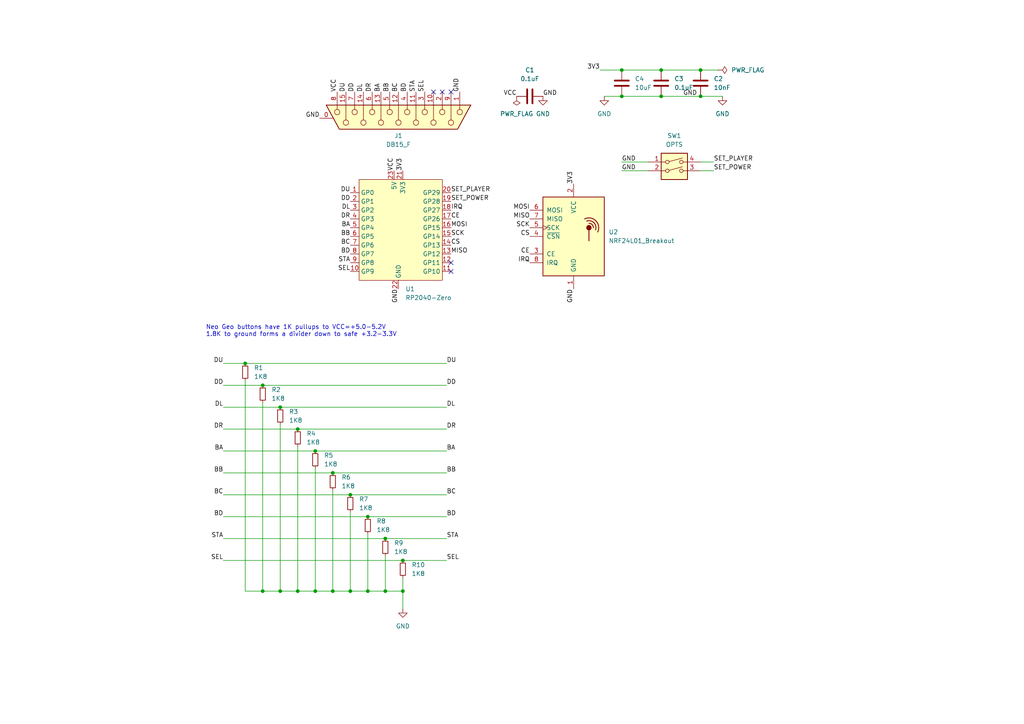
<source format=kicad_sch>
(kicad_sch (version 20250114) (generator "eeschema") (generator_version "9.0")
  (paper "A4")
  (title_block (title "NG2040 Receiver") (rev "5") (company "@partlyhuman"))
  (lib_symbols
    (symbol "Connector:DA15_Receptacle_MountingHoles" (pin_names (offset 1.016) (hide yes))
      (property "Reference" "J" (at 0 24.13 0))
      (property "Value" "DA15_Receptacle_MountingHoles" (at 0 22.225 0))
      (symbol "DA15_Receptacle_MountingHoles_0_1"
        (polyline (pts (xy -3.81 20.955) (xy 3.175 17.145) (xy 3.175 -17.145) (xy -3.81 -20.955) (xy -3.81 20.955)) (stroke (width 0.254)) (fill (type background)))
        (polyline (pts (xy -3.81 17.78) (xy -2.54 17.78)))
        (polyline (pts (xy -3.81 15.24) (xy 0.508 15.24)))
        (polyline (pts (xy -3.81 12.7) (xy -2.54 12.7)))
        (polyline (pts (xy -3.81 10.16) (xy 0.508 10.16)))
        (polyline (pts (xy -3.81 7.62) (xy -2.54 7.62)))
        (polyline (pts (xy -3.81 5.08) (xy 0.508 5.08)))
        (polyline (pts (xy -3.81 2.54) (xy -2.54 2.54)))
        (polyline (pts (xy -3.81 0) (xy 0.508 0)))
        (polyline (pts (xy -3.81 -2.54) (xy -2.54 -2.54)))
        (polyline (pts (xy -3.81 -5.08) (xy 0.508 -5.08)))
        (polyline (pts (xy -3.81 -7.62) (xy -2.54 -7.62)))
        (polyline (pts (xy -3.81 -10.16) (xy 0.508 -10.16)))
        (polyline (pts (xy -3.81 -12.7) (xy -2.54 -12.7)))
        (polyline (pts (xy -3.81 -15.24) (xy 0.508 -15.24)))
        (polyline (pts (xy -3.81 -17.78) (xy -2.54 -17.78)))
        (circle (center -1.778 17.78) (radius 0.762))
        (circle (center -1.778 12.7) (radius 0.762))
        (circle (center -1.778 7.62) (radius 0.762))
        (circle (center -1.778 2.54) (radius 0.762))
        (circle (center -1.778 -2.54) (radius 0.762))
        (circle (center -1.778 -7.62) (radius 0.762))
        (circle (center -1.778 -12.7) (radius 0.762))
        (circle (center -1.778 -17.78) (radius 0.762))
        (circle (center 1.27 15.24) (radius 0.762))
        (circle (center 1.27 10.16) (radius 0.762))
        (circle (center 1.27 5.08) (radius 0.762))
        (circle (center 1.27 0) (radius 0.762))
        (circle (center 1.27 -5.08) (radius 0.762))
        (circle (center 1.27 -10.16) (radius 0.762))
        (circle (center 1.27 -15.24) (radius 0.762))
      )
      (symbol "DA15_Receptacle_MountingHoles_1_1"
        (pin passive line (at -7.62 17.78 0) (length 3.81) (name "1") (number "1"))
        (pin passive line (at -7.62 15.24 0) (length 3.81) (name "P9") (number "9"))
        (pin passive line (at -7.62 12.7 0) (length 3.81) (name "2") (number "2"))
        (pin passive line (at -7.62 10.16 0) (length 3.81) (name "P10") (number "10"))
        (pin passive line (at -7.62 7.62 0) (length 3.81) (name "3") (number "3"))
        (pin passive line (at -7.62 5.08 0) (length 3.81) (name "P111") (number "11"))
        (pin passive line (at -7.62 2.54 0) (length 3.81) (name "4") (number "4"))
        (pin passive line (at -7.62 0 0) (length 3.81) (name "P12") (number "12"))
        (pin passive line (at -7.62 -2.54 0) (length 3.81) (name "5") (number "5"))
        (pin passive line (at -7.62 -5.08 0) (length 3.81) (name "P13") (number "13"))
        (pin passive line (at -7.62 -7.62 0) (length 3.81) (name "6") (number "6"))
        (pin passive line (at -7.62 -10.16 0) (length 3.81) (name "P14") (number "14"))
        (pin passive line (at -7.62 -12.7 0) (length 3.81) (name "7") (number "7"))
        (pin passive line (at -7.62 -15.24 0) (length 3.81) (name "P15") (number "15"))
        (pin passive line (at -7.62 -17.78 0) (length 3.81) (name "8") (number "8"))
        (pin passive line (at 0 -22.86 90) (length 3.81) (name "PAD") (number "0"))
      )
    )
    (symbol "Device:C" (pin_numbers (hide yes)) (pin_names (offset 0.254))
      (property "Reference" "C" (at 0.635 2.54 0))
      (property "Value" "C" (at 0.635 -2.54 0))
      (symbol "C_0_1"
        (polyline (pts (xy -2.032 0.762) (xy 2.032 0.762)) (stroke (width 0.508)))
        (polyline (pts (xy -2.032 -0.762) (xy 2.032 -0.762)) (stroke (width 0.508)))
      )
      (symbol "C_1_1"
        (pin passive line (at 0 3.81 270) (length 2.794) (name "~") (number "1"))
        (pin passive line (at 0 -3.81 90) (length 2.794) (name "~") (number "2"))
      )
    )
    (symbol "Device:R_Small" (pin_numbers (hide yes)) (pin_names (offset 0.254) (hide yes))
      (property "Reference" "R" (at 0.762 0.508 0))
      (property "Value" "R_Small" (at 0.762 -1.016 0))
      (symbol "R_Small_0_1"
        (rectangle (start -0.762 1.778) (end 0.762 -1.778) (stroke (width 0.2032)))
      )
      (symbol "R_Small_1_1"
        (pin passive line (at 0 2.54 270) (length 0.762) (name "~") (number "1"))
        (pin passive line (at 0 -2.54 90) (length 0.762) (name "~") (number "2"))
      )
    )
    (symbol "RF:NRF24L01_Breakout" (pin_names (offset 1.016))
      (property "Reference" "U" (at -8.89 12.7 0))
      (property "Value" "NRF24L01_Breakout" (at 3.81 12.7 0))
      (symbol "NRF24L01_Breakout_0_1"
        (rectangle (start -8.89 11.43) (end 8.89 -11.43) (stroke (width 0.254)) (fill (type background)))
        (arc (start 3.175 5.08) (mid 6.453 4.548) (end 6.985 1.27) (stroke (width 0.254)))
        (circle (center 4.445 2.54) (radius 0.635) (stroke (width 0.254)) (fill (type outline)))
        (polyline (pts (xy 4.445 1.905) (xy 4.445 -1.27)) (stroke (width 0.254)))
        (arc (start 3.81 4.445) (mid 5.8835 3.9785) (end 6.35 1.905) (stroke (width 0.254)))
        (arc (start 4.445 3.81) (mid 5.3558 3.4508) (end 5.715 2.54) (stroke (width 0.254)))
      )
      (symbol "NRF24L01_Breakout_1_1"
        (pin input line (at -12.7 7.62 0) (length 3.81) (name "MOSI") (number "6"))
        (pin output line (at -12.7 5.08 0) (length 3.81) (name "MISO") (number "7"))
        (pin input clock (at -12.7 2.54 0) (length 3.81) (name "SCK") (number "5"))
        (pin input line (at -12.7 0 0) (length 3.81) (name "~{CSN}") (number "4"))
        (pin input line (at -12.7 -5.08 0) (length 3.81) (name "CE") (number "3"))
        (pin output line (at -12.7 -7.62 0) (length 3.81) (name "IRQ") (number "8"))
        (pin power_in line (at 0 15.24 270) (length 3.81) (name "VCC") (number "2"))
        (pin power_in line (at 0 -15.24 90) (length 3.81) (name "GND") (number "1"))
      )
    )
    (symbol "RP2040Zero:RP2040-Zero"
      (property "Reference" "RZ" (at 0 0 0))
      (property "Value" "RP2040-Zero" (at 0 -2.54 0))
      (symbol "RP2040-Zero_0_1"
        (rectangle (start -11.43 -15.24) (end 12.7 13.97) (fill (type background)))
      )
      (symbol "RP2040-Zero_1_1"
        (pin bidirectional line (at -13.97 10.16 0) (length 2.54) (name "GP0") (number "1"))
        (pin bidirectional line (at -13.97 7.62 0) (length 2.54) (name "GP1") (number "2"))
        (pin bidirectional line (at -13.97 5.08 0) (length 2.54) (name "GP2") (number "3"))
        (pin bidirectional line (at -13.97 2.54 0) (length 2.54) (name "GP3") (number "4"))
        (pin bidirectional line (at -13.97 0 0) (length 2.54) (name "GP4") (number "5"))
        (pin bidirectional line (at -13.97 -2.54 0) (length 2.54) (name "GP5") (number "6"))
        (pin bidirectional line (at -13.97 -5.08 0) (length 2.54) (name "GP6") (number "7"))
        (pin bidirectional line (at -13.97 -7.62 0) (length 2.54) (name "GP7") (number "8"))
        (pin bidirectional line (at -13.97 -10.16 0) (length 2.54) (name "GP8") (number "9"))
        (pin bidirectional line (at -13.97 -12.7 0) (length 2.54) (name "GP9") (number "10"))
        (pin power_in line (at -1.27 16.51 270) (length 2.54) (name "5V") (number "23"))
        (pin power_in line (at 0 -17.78 90) (length 2.54) (name "GND") (number "22"))
        (pin power_in line (at 1.27 16.51 270) (length 2.54) (name "3V3") (number "21"))
        (pin bidirectional line (at 15.24 10.16 180) (length 2.54) (name "GP29") (number "20"))
        (pin bidirectional line (at 15.24 7.62 180) (length 2.54) (name "GP28") (number "19"))
        (pin bidirectional line (at 15.24 5.08 180) (length 2.54) (name "GP27") (number "18"))
        (pin bidirectional line (at 15.24 2.54 180) (length 2.54) (name "GP26") (number "17"))
        (pin bidirectional line (at 15.24 0 180) (length 2.54) (name "GP15") (number "16"))
        (pin bidirectional line (at 15.24 -2.54 180) (length 2.54) (name "GP14") (number "15"))
        (pin bidirectional line (at 15.24 -5.08 180) (length 2.54) (name "GP13") (number "14"))
        (pin bidirectional line (at 15.24 -7.62 180) (length 2.54) (name "GP12") (number "13"))
        (pin bidirectional line (at 15.24 -10.16 180) (length 2.54) (name "GP11") (number "12"))
        (pin bidirectional line (at 15.24 -12.7 180) (length 2.54) (name "GP10") (number "11"))
      )
    )
    (symbol "Switch:SW_DIP_x02" (pin_names (offset 0) (hide yes))
      (property "Reference" "SW" (at 0 6.35 0))
      (property "Value" "SW_DIP_x02" (at 0 -3.81 0))
      (symbol "SW_DIP_x02_0_0"
        (circle (center -2.032 2.54) (radius 0.508))
        (circle (center -2.032 0) (radius 0.508))
        (polyline (pts (xy -1.524 2.667) (xy 2.3622 3.7084)))
        (polyline (pts (xy -1.524 0.127) (xy 2.3622 1.1684)))
        (circle (center 2.032 2.54) (radius 0.508))
        (circle (center 2.032 0) (radius 0.508))
      )
      (symbol "SW_DIP_x02_0_1"
        (rectangle (start -3.81 5.08) (end 3.81 -2.54) (stroke (width 0.254)) (fill (type background)))
      )
      (symbol "SW_DIP_x02_1_1"
        (pin passive line (at -7.62 2.54 0) (length 5.08) (name "~") (number "1"))
        (pin passive line (at -7.62 0 0) (length 5.08) (name "~") (number "2"))
        (pin passive line (at 7.62 2.54 180) (length 5.08) (name "~") (number "4"))
        (pin passive line (at 7.62 0 180) (length 5.08) (name "~") (number "3"))
      )
    )
    (symbol "power:GND" (power) (pin_names (offset 0))
      (property "Value" "GND" (at 0 -3.81 0))
      (symbol "GND_0_1"
        (polyline (pts (xy 0 0) (xy 0 -1.27) (xy 1.27 -1.27) (xy 0 -2.54) (xy -1.27 -1.27) (xy 0 -1.27)))
      )
      (symbol "GND_1_1"
        (pin power_in line (at 0 0 270) (length 0) (hide yes) (name "GND") (number "1"))
      )
    )
    (symbol "power:PWR_FLAG" (power) (pin_numbers (hide yes)) (pin_names (offset 0) (hide yes))
      (property "Value" "PWR_FLAG" (at 0 3.81 0))
      (symbol "PWR_FLAG_0_0"
        (pin power_out line (at 0 0 90) (length 0) (name "pwr") (number "1"))
      )
      (symbol "PWR_FLAG_0_1"
        (polyline (pts (xy 0 0) (xy 0 1.27) (xy -1.016 1.905) (xy 0 2.54) (xy 1.016 1.905) (xy 0 1.27)))
      )
    )
  )
  (text "Neo Geo buttons have 1K pullups to VCC=+5.0-5.2V\n1.8K to ground forms a divider down to safe +3.2-3.3V" (at 59.69 97.79 0) (effects (font (size 1.27 1.27)) (justify left bottom)))
  (junction (at 191.77 20.32))
  (junction (at 86.36 124.46))
  (junction (at 96.52 171.45))
  (junction (at 180.34 20.32))
  (junction (at 81.28 118.11))
  (junction (at 106.68 171.45))
  (junction (at 180.34 27.94))
  (junction (at 106.68 149.86))
  (junction (at 191.77 27.94))
  (junction (at 116.84 162.56))
  (junction (at 101.6 143.51))
  (junction (at 76.2 171.45))
  (junction (at 91.44 171.45))
  (junction (at 203.2 27.94))
  (junction (at 76.2 111.76))
  (junction (at 111.76 171.45))
  (junction (at 116.84 171.45))
  (junction (at 86.36 171.45))
  (junction (at 96.52 137.16))
  (junction (at 81.28 171.45))
  (junction (at 101.6 171.45))
  (junction (at 71.12 105.41))
  (junction (at 203.2 20.32))
  (junction (at 111.76 156.21))
  (junction (at 91.44 130.81))
  (no_connect (at 130.81 76.2))
  (no_connect (at 130.81 78.74))
  (no_connect (at 128.27 26.67))
  (no_connect (at 125.73 26.67))
  (no_connect (at 130.81 26.67))
  (wire (pts (xy 81.28 123.19) (xy 81.28 171.45)))
  (wire (pts (xy 64.77 143.51) (xy 101.6 143.51)))
  (wire (pts (xy 64.77 111.76) (xy 76.2 111.76)))
  (wire (pts (xy 173.99 20.32) (xy 180.34 20.32)))
  (wire (pts (xy 91.44 130.81) (xy 129.54 130.81)))
  (wire (pts (xy 203.2 27.94) (xy 209.55 27.94)))
  (wire (pts (xy 76.2 171.45) (xy 81.28 171.45)))
  (wire (pts (xy 101.6 171.45) (xy 106.68 171.45)))
  (wire (pts (xy 64.77 156.21) (xy 111.76 156.21)))
  (wire (pts (xy 187.96 46.99) (xy 180.34 46.99)))
  (wire (pts (xy 64.77 130.81) (xy 91.44 130.81)))
  (wire (pts (xy 101.6 148.59) (xy 101.6 171.45)))
  (wire (pts (xy 111.76 156.21) (xy 129.54 156.21)))
  (wire (pts (xy 207.01 49.53) (xy 203.2 49.53)))
  (wire (pts (xy 116.84 171.45) (xy 116.84 176.53)))
  (wire (pts (xy 101.6 143.51) (xy 129.54 143.51)))
  (wire (pts (xy 76.2 111.76) (xy 129.54 111.76)))
  (wire (pts (xy 81.28 118.11) (xy 129.54 118.11)))
  (wire (pts (xy 96.52 142.24) (xy 96.52 171.45)))
  (wire (pts (xy 86.36 129.54) (xy 86.36 171.45)))
  (wire (pts (xy 86.36 171.45) (xy 91.44 171.45)))
  (wire (pts (xy 86.36 124.46) (xy 129.54 124.46)))
  (wire (pts (xy 96.52 137.16) (xy 129.54 137.16)))
  (wire (pts (xy 64.77 105.41) (xy 71.12 105.41)))
  (wire (pts (xy 175.26 27.94) (xy 180.34 27.94)))
  (wire (pts (xy 71.12 105.41) (xy 129.54 105.41)))
  (wire (pts (xy 91.44 135.89) (xy 91.44 171.45)))
  (wire (pts (xy 64.77 118.11) (xy 81.28 118.11)))
  (wire (pts (xy 116.84 162.56) (xy 129.54 162.56)))
  (wire (pts (xy 203.2 20.32) (xy 208.28 20.32)))
  (wire (pts (xy 91.44 171.45) (xy 96.52 171.45)))
  (wire (pts (xy 64.77 124.46) (xy 86.36 124.46)))
  (wire (pts (xy 180.34 20.32) (xy 191.77 20.32)))
  (wire (pts (xy 64.77 149.86) (xy 106.68 149.86)))
  (wire (pts (xy 96.52 171.45) (xy 101.6 171.45)))
  (wire (pts (xy 76.2 116.84) (xy 76.2 171.45)))
  (wire (pts (xy 71.12 171.45) (xy 76.2 171.45)))
  (wire (pts (xy 191.77 20.32) (xy 203.2 20.32)))
  (wire (pts (xy 116.84 167.64) (xy 116.84 171.45)))
  (wire (pts (xy 111.76 161.29) (xy 111.76 171.45)))
  (wire (pts (xy 207.01 46.99) (xy 203.2 46.99)))
  (wire (pts (xy 64.77 162.56) (xy 116.84 162.56)))
  (wire (pts (xy 187.96 49.53) (xy 180.34 49.53)))
  (wire (pts (xy 106.68 149.86) (xy 129.54 149.86)))
  (wire (pts (xy 106.68 171.45) (xy 111.76 171.45)))
  (wire (pts (xy 64.77 137.16) (xy 96.52 137.16)))
  (wire (pts (xy 111.76 171.45) (xy 116.84 171.45)))
  (wire (pts (xy 106.68 154.94) (xy 106.68 171.45)))
  (wire (pts (xy 191.77 27.94) (xy 203.2 27.94)))
  (wire (pts (xy 180.34 27.94) (xy 191.77 27.94)))
  (wire (pts (xy 81.28 171.45) (xy 86.36 171.45)))
  (wire (pts (xy 71.12 110.49) (xy 71.12 171.45)))
  (label "BB" (at 113.03 26.67 90))
  (label "BD" (at 129.54 149.86 0))
  (label "DR" (at 129.54 124.46 0))
  (label "CS" (at 130.81 71.12 0))
  (label "GND" (at 180.34 46.99 0))
  (label "GND" (at 115.57 83.82 270))
  (label "DL" (at 105.41 26.67 90))
  (label "BC" (at 129.54 143.51 0))
  (label "3V3" (at 116.84 49.53 90))
  (label "DD" (at 64.77 111.76 180))
  (label "GND" (at 180.34 49.53 0))
  (label "BB" (at 101.6 68.58 180))
  (label "BD" (at 101.6 73.66 180))
  (label "VCC" (at 97.79 26.67 90))
  (label "BC" (at 64.77 143.51 180))
  (label "STA" (at 120.65 26.67 90))
  (label "SET_PLAYER" (at 207.01 46.99 0))
  (label "SCK" (at 130.81 68.58 0))
  (label "IRQ" (at 153.67 76.2 180))
  (label "3V3" (at 166.37 53.34 90))
  (label "DU" (at 100.33 26.67 90))
  (label "VCC" (at 114.3 49.53 90))
  (label "BB" (at 64.77 137.16 180))
  (label "DU" (at 101.6 55.88 180))
  (label "DR" (at 101.6 63.5 180))
  (label "CE" (at 153.67 73.66 180))
  (label "STA" (at 101.6 76.2 180))
  (label "DD" (at 129.54 111.76 0))
  (label "3V3" (at 173.99 20.32 180))
  (label "DL" (at 64.77 118.11 180))
  (label "BD" (at 118.11 26.67 90))
  (label "MISO" (at 130.81 73.66 0))
  (label "CE" (at 130.81 63.5 0))
  (label "CS" (at 153.67 68.58 180))
  (label "GND" (at 133.35 26.67 90))
  (label "DU" (at 64.77 105.41 180))
  (label "BC" (at 101.6 71.12 180))
  (label "DD" (at 102.87 26.67 90))
  (label "BA" (at 101.6 66.04 180))
  (label "SCK" (at 153.67 66.04 180))
  (label "DR" (at 107.95 26.67 90))
  (label "BB" (at 129.54 137.16 0))
  (label "BA" (at 64.77 130.81 180))
  (label "MOSI" (at 130.81 66.04 0))
  (label "BA" (at 110.49 26.67 90))
  (label "MISO" (at 153.67 63.5 180))
  (label "BC" (at 115.57 26.67 90))
  (label "SET_POWER" (at 207.01 49.53 0))
  (label "SEL" (at 64.77 162.56 180))
  (label "SET_POWER" (at 130.81 58.42 0))
  (label "VCC" (at 149.86 27.94 180))
  (label "BA" (at 129.54 130.81 0))
  (label "DU" (at 129.54 105.41 0))
  (label "GND" (at 198.12 27.94 0))
  (label "STA" (at 129.54 156.21 0))
  (label "GND" (at 157.48 27.94 0))
  (label "STA" (at 64.77 156.21 180))
  (label "SEL" (at 123.19 26.67 90))
  (label "GND" (at 92.71 34.29 180))
  (label "DD" (at 101.6 58.42 180))
  (label "MOSI" (at 153.67 60.96 180))
  (label "DL" (at 101.6 60.96 180))
  (label "SET_PLAYER" (at 130.81 55.88 0))
  (label "SEL" (at 101.6 78.74 180))
  (label "DR" (at 64.77 124.46 180))
  (label "DL" (at 129.54 118.11 0))
  (label "IRQ" (at 130.81 60.96 0))
  (label "GND" (at 166.37 83.82 270))
  (label "SEL" (at 129.54 162.56 0))
  (label "BD" (at 64.77 149.86 180))
  (symbol (lib_id "Device:R_Small") (at 86.36 127 0) (unit 1)
    (property "Reference" "R4" (at 88.9 125.73 0) (effects (justify left)))
    (property "Value" "1K8" (at 88.9 128.27 0) (effects (justify left)))
    (property "Footprint" "Resistor_SMD:R_0805_2012Metric_Pad1.20x1.40mm_HandSolder" (effects (hide yes)))
  )
  (symbol (lib_id "RF:NRF24L01_Breakout") (at 166.37 68.58 0) (unit 1)
    (property "Reference" "U2" (at 176.53 67.3099 0) (effects (justify left)))
    (property "Value" "NRF24L01_Breakout" (at 176.53 69.8499 0) (effects (justify left)))
    (property "Footprint" "NRF24L01:NRF24L01-SMD" (effects (hide yes)))
    (property "Datasheet" "http://www.nordicsemi.com/eng/content/download/2730/34105/file/nRF24L01_Product_Specification_v2_0.pdf" (effects (hide yes)))
  )
  (symbol (lib_id "Switch:SW_DIP_x02") (at 195.58 49.53 0) (unit 1)
    (property "Reference" "SW1" (at 195.58 39.37 0))
    (property "Value" "OPTS" (at 195.58 41.91 0))
    (property "Footprint" "Button_Switch_SMD:SW_DIP_SPSTx02_Slide_6.7x6.64mm_W8.61mm_P2.54mm_LowProfile" (effects (hide yes)))
    (property "Description" "2x DIP Switch, Single Pole Single Throw (SPST) switch, small symbol" (effects (hide yes)))
  )
  (symbol (lib_id "Device:R_Small") (at 81.28 120.65 0) (unit 1)
    (property "Reference" "R3" (at 83.82 119.38 0) (effects (justify left)))
    (property "Value" "1K8" (at 83.82 121.92 0) (effects (justify left)))
    (property "Footprint" "Resistor_SMD:R_0805_2012Metric_Pad1.20x1.40mm_HandSolder" (effects (hide yes)))
  )
  (symbol (lib_id "power:PWR_FLAG") (at 208.28 20.32 270) (unit 1)
    (property "Reference" "#FLG02" (effects (hide yes)))
    (property "Value" "PWR_FLAG" (at 212.09 20.3199 90) (effects (justify left)))
  )
  (symbol (lib_id "Device:R_Small") (at 96.52 139.7 0) (unit 1)
    (property "Reference" "R6" (at 99.06 138.43 0) (effects (justify left)))
    (property "Value" "1K8" (at 99.06 140.97 0) (effects (justify left)))
    (property "Footprint" "Resistor_SMD:R_0805_2012Metric_Pad1.20x1.40mm_HandSolder" (effects (hide yes)))
  )
  (symbol (lib_id "Device:R_Small") (at 116.84 165.1 0) (unit 1)
    (property "Reference" "R10" (at 119.38 163.83 0) (effects (justify left)))
    (property "Value" "1K8" (at 119.38 166.37 0) (effects (justify left)))
    (property "Footprint" "Resistor_SMD:R_0805_2012Metric_Pad1.20x1.40mm_HandSolder" (effects (hide yes)))
  )
  (symbol (lib_id "Device:C") (at 153.67 27.94 90) (unit 1)
    (property "Reference" "C1" (at 153.67 20.32 90))
    (property "Value" "0.1uF" (at 153.67 22.86 90))
    (property "Footprint" "Capacitor_SMD:C_0805_2012Metric_Pad1.18x1.45mm_HandSolder" (effects (hide yes)))
  )
  (symbol (lib_id "RP2040Zero:RP2040-Zero") (at 115.57 66.04 0) (unit 1)
    (property "Reference" "U1" (at 117.5894 83.82 0) (effects (justify left)))
    (property "Value" "RP2040-Zero" (at 117.5894 86.36 0) (effects (justify left)))
    (property "Footprint" "RP2040Zero:RP2040-Zero" (effects (hide yes)))
  )
  (symbol (lib_id "power:GND") (at 116.84 176.53 0) (unit 1)
    (property "Reference" "#PWR01" (effects (hide yes)))
    (property "Value" "GND" (at 116.84 181.61 0))
  )
  (symbol (lib_id "Device:R_Small") (at 91.44 133.35 0) (unit 1)
    (property "Reference" "R5" (at 93.98 132.08 0) (effects (justify left)))
    (property "Value" "1K8" (at 93.98 134.62 0) (effects (justify left)))
    (property "Footprint" "Resistor_SMD:R_0805_2012Metric_Pad1.20x1.40mm_HandSolder" (effects (hide yes)))
  )
  (symbol (lib_id "Device:R_Small") (at 106.68 152.4 0) (unit 1)
    (property "Reference" "R8" (at 109.22 151.13 0) (effects (justify left)))
    (property "Value" "1K8" (at 109.22 153.67 0) (effects (justify left)))
    (property "Footprint" "Resistor_SMD:R_0805_2012Metric_Pad1.20x1.40mm_HandSolder" (effects (hide yes)))
  )
  (symbol (lib_id "Device:R_Small") (at 71.12 107.95 0) (unit 1)
    (property "Reference" "R1" (at 73.66 106.68 0) (effects (justify left)))
    (property "Value" "1K8" (at 73.66 109.22 0) (effects (justify left)))
    (property "Footprint" "Resistor_SMD:R_0805_2012Metric_Pad1.20x1.40mm_HandSolder" (effects (hide yes)))
  )
  (symbol (lib_id "Device:C") (at 180.34 24.13 0) (unit 1)
    (property "Reference" "C4" (at 184.15 22.8599 0) (effects (justify left)))
    (property "Value" "10uF" (at 184.15 25.3999 0) (effects (justify left)))
    (property "Footprint" "Capacitor_SMD:C_0805_2012Metric_Pad1.18x1.45mm_HandSolder" (effects (hide yes)))
  )
  (symbol (lib_id "Device:C") (at 191.77 24.13 180) (unit 1)
    (property "Reference" "C3" (at 195.58 22.8599 0) (effects (justify right)))
    (property "Value" "0.1uF" (at 195.58 25.3999 0) (effects (justify right)))
    (property "Footprint" "Capacitor_SMD:C_0805_2012Metric_Pad1.18x1.45mm_HandSolder" (effects (hide yes)))
  )
  (symbol (lib_id "power:GND") (at 209.55 27.94 0) (unit 1)
    (property "Reference" "#PWR04" (effects (hide yes)))
    (property "Value" "GND" (at 209.55 33.02 0))
  )
  (symbol (lib_id "power:PWR_FLAG") (at 149.86 27.94 180) (unit 1)
    (property "Reference" "#FLG01" (effects (hide yes)))
    (property "Value" "PWR_FLAG" (at 149.86 33.02 0))
  )
  (symbol (lib_id "power:GND") (at 157.48 27.94 0) (unit 1)
    (property "Reference" "#PWR02" (effects (hide yes)))
    (property "Value" "GND" (at 157.48 33.02 0))
  )
  (symbol (lib_id "power:GND") (at 175.26 27.94 0) (unit 1)
    (property "Reference" "#PWR03" (effects (hide yes)))
    (property "Value" "GND" (at 175.26 33.02 0))
  )
  (symbol (lib_id "Connector:DA15_Receptacle_MountingHoles") (at 115.57 34.29 270) (unit 1)
    (property "Reference" "J1" (at 115.57 39.37 90))
    (property "Value" "DB15_F" (at 115.57 41.91 90))
    (property "Footprint" "DIY_DB15:DIY_DB15" (effects (hide yes)))
    (property "Datasheet" " ~" (effects (hide yes)))
  )
  (symbol (lib_id "Device:R_Small") (at 76.2 114.3 0) (unit 1)
    (property "Reference" "R2" (at 78.74 113.03 0) (effects (justify left)))
    (property "Value" "1K8" (at 78.74 115.57 0) (effects (justify left)))
    (property "Footprint" "Resistor_SMD:R_0805_2012Metric_Pad1.20x1.40mm_HandSolder" (effects (hide yes)))
  )
  (symbol (lib_id "Device:R_Small") (at 101.6 146.05 0) (unit 1)
    (property "Reference" "R7" (at 104.14 144.78 0) (effects (justify left)))
    (property "Value" "1K8" (at 104.14 147.32 0) (effects (justify left)))
    (property "Footprint" "Resistor_SMD:R_0805_2012Metric_Pad1.20x1.40mm_HandSolder" (effects (hide yes)))
  )
  (symbol (lib_id "Device:R_Small") (at 111.76 158.75 0) (unit 1)
    (property "Reference" "R9" (at 114.3 157.48 0) (effects (justify left)))
    (property "Value" "1K8" (at 114.3 160.02 0) (effects (justify left)))
    (property "Footprint" "Resistor_SMD:R_0805_2012Metric_Pad1.20x1.40mm_HandSolder" (effects (hide yes)))
  )
  (symbol (lib_id "Device:C") (at 203.2 24.13 0) (unit 1)
    (property "Reference" "C2" (at 207.01 22.8599 0) (effects (justify left)))
    (property "Value" "10nF" (at 207.01 25.3999 0) (effects (justify left)))
    (property "Footprint" "Capacitor_SMD:C_0805_2012Metric_Pad1.18x1.45mm_HandSolder" (effects (hide yes)))
  )
)
</source>
